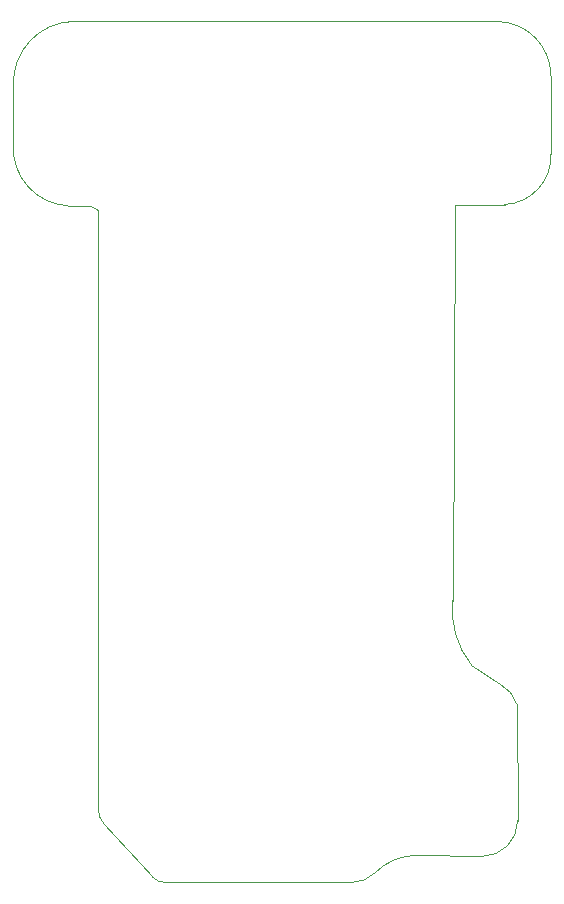
<source format=gbr>
G04 --- HEADER BEGIN --- *
G04 #@! TF.GenerationSoftware,LibrePCB,LibrePCB,1.1.0*
G04 #@! TF.CreationDate,2024-04-23T21:01:02*
G04 #@! TF.ProjectId,motherboard (Version 1),d5d7f40e-06e5-483f-b774-8957b2c1e08f,version_2*
G04 #@! TF.Part,Single*
G04 #@! TF.SameCoordinates*
G04 #@! TF.FileFunction,Profile,NP*
%FSLAX66Y66*%
%MOMM*%
G01*
G75*
G04 --- HEADER END --- *
G04 --- APERTURE LIST BEGIN --- *
G04 #@! TA.AperFunction,Profile*
%ADD10C,0.001*%
G04 #@! TD*
G04 --- APERTURE LIST END --- *
G04 --- BOARD BEGIN --- *
D10*
X45900000Y73203325D02*
G03*
X41303325Y77800000I-4596675J0D01*
G01*
X5400000Y77800000D01*
G03*
X400000Y72400000I200000J-5200000D01*
G01*
X400000Y67300000D01*
G03*
X5000000Y62200000I4850000J-250000D01*
G01*
X7000000Y62200000D01*
X7600000Y61800000D01*
X7600000Y11012131D01*
G03*
X8011766Y9947059I1583343J2D01*
G01*
X12180134Y5361853D01*
G03*
X13224175Y4900000I1044042J949128D01*
G01*
X29018375Y4900000D01*
G03*
X31035534Y5735534I1J2852693D01*
G01*
G02*
X34571069Y7200000I3535534J-3535535D01*
G01*
X40059028Y7100000D01*
G03*
X43100000Y10140972I0J3040972D01*
G01*
X43000000Y20028931D01*
G03*
X41635534Y21664466I-2656498J-829289D01*
G01*
X39164466Y23335534D01*
G02*
X37600000Y28771069I5779038J4606245D01*
G01*
X37800000Y62300000D01*
X42000000Y62300000D01*
G03*
X45900000Y66600000I-200000J4100000D01*
G01*
X45900000Y73203325D01*
G04 --- BOARD END --- *
G04 #@! TF.MD5,93dd482944886e28f426ec5ba35f767c*
M02*

</source>
